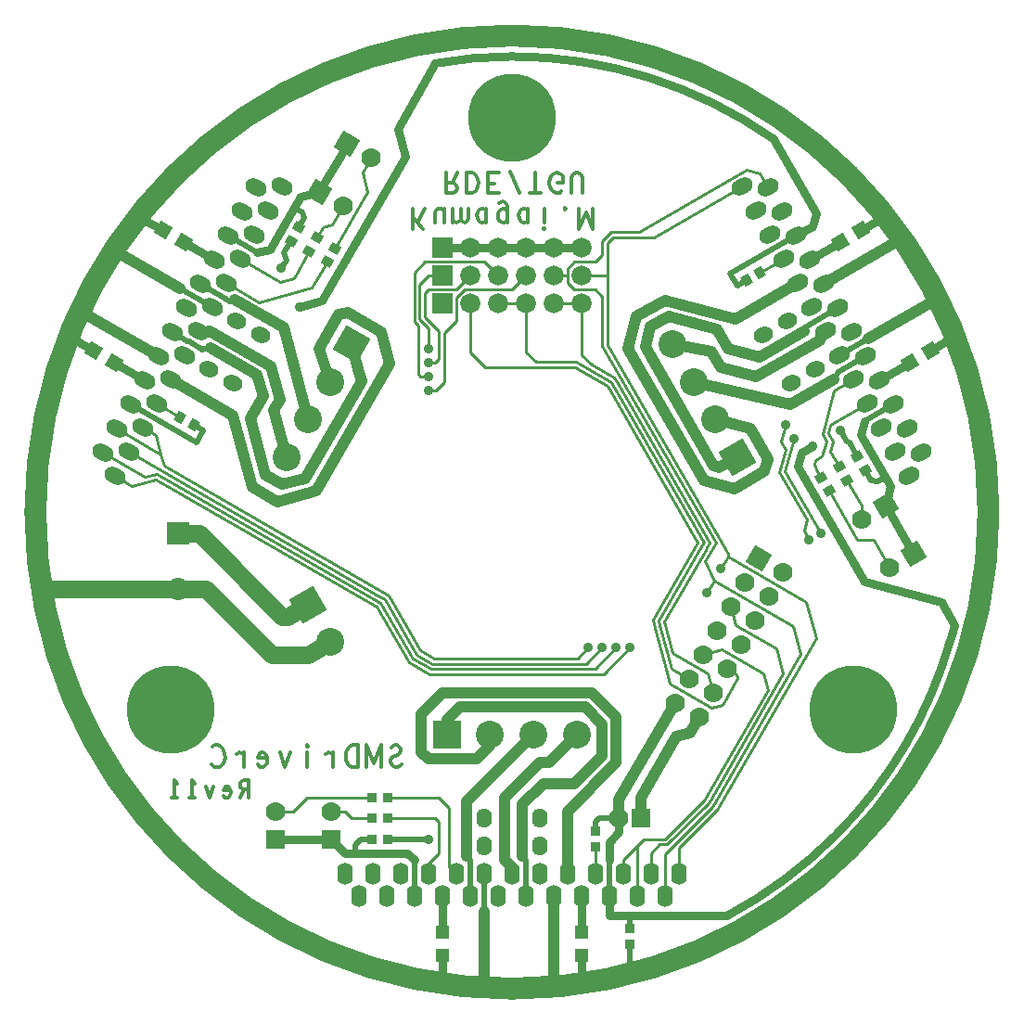
<source format=gbl>
G04 ================== begin FILE IDENTIFICATION RECORD ==================*
G04 Layout Name:  C:/home/kumagai/Develop/OrCAD/SMDriverC_R11/allegro/SMDRIVERC.brd*
G04 Film Name:    GB_SMDriverC.GBL*
G04 File Format:  Gerber RS274X*
G04 File Origin:  Cadence Allegro 16.6-S014*
G04 Origin Date:  Thu Feb 25 00:52:31 2016*
G04 *
G04 Layer:  ETCH/BOTTOM*
G04 Layer:  PIN/BOTTOM*
G04 Layer:  VIA CLASS/BOTTOM*
G04 *
G04 Offset:    (0.0000 0.0000)*
G04 Mirror:    No*
G04 Mode:      Positive*
G04 Rotation:  0*
G04 FullContactRelief:  No*
G04 UndefLineWidth:     0.0000*
G04 ================== end FILE IDENTIFICATION RECORD ====================*
%FSLAX25Y25*MOMM*%
%IR0*IPPOS*OFA0.00000B0.00000*MIA0B0*SFA1.00000B1.00000*%
%AMMACRO35*
21,1,1.4224,.6096,0.0,0.0,120.*
1,1,1.4224,.263965,.1524*
1,1,1.4224,-.263965,-.1524*%
%ADD35MACRO35*%
%AMMACRO10*
21,1,1.27,1.27,0.0,0.0,150.*%
%ADD10MACRO10*%
%AMMACRO33*
21,1,1.4224,.3556,0.0,0.0,120.*
1,1,1.4224,.153979,.0889*
1,1,1.4224,-.153979,-.0889*%
%ADD33MACRO33*%
%ADD22C,.9144*%
%AMMACRO36*
21,1,.8128,.9652,0.0,0.0,120.*%
%ADD36MACRO36*%
%AMMACRO16*
21,1,.8128,.9652,0.0,0.0,150.*%
%ADD16MACRO16*%
%AMMACRO37*
21,1,1.27,1.27,0.0,0.0,30.*%
%ADD37MACRO37*%
%AMMACRO14*
21,1,1.4224,.6096,0.0,0.0,60.*
1,1,1.4224,.263965,-.1524*
1,1,1.4224,-.263965,.1524*%
%ADD14MACRO14*%
%ADD25O,1.4224X2.032*%
%ADD27R,1.27X1.27*%
%ADD12C,2.032*%
%ADD11C,8.001*%
%AMMACRO20*
21,1,2.54,2.54,0.0,0.0,30.*%
%ADD20MACRO20*%
%ADD19C,2.54*%
%AMMACRO21*
21,1,2.54,2.54,0.0,0.0,60.*%
%ADD21MACRO21*%
%ADD13R,2.032X2.032*%
%AMMACRO15*
21,1,1.4224,.3556,0.0,0.0,60.*
1,1,1.4224,.153979,-.0889*
1,1,1.4224,-.153979,.0889*%
%ADD15MACRO15*%
%ADD29R,2.54X2.54*%
%ADD28O,1.4224X1.778*%
%AMMACRO38*
21,1,1.778,1.778,0.0,0.0,30.*%
%ADD38MACRO38*%
%ADD17C,1.778*%
%AMMACRO34*
21,1,.8128,.9652,0.0,0.0,30.*%
%ADD34MACRO34*%
%AMMACRO24*
21,1,1.778,1.778,0.0,0.0,60.*%
%ADD24MACRO24*%
%ADD31C,1.8288*%
%AMMACRO23*
21,1,.8128,.9652,0.0,0.0,60.*%
%ADD23MACRO23*%
%ADD18R,1.778X1.778*%
%ADD32R,.9652X.8128*%
%ADD26R,.8128X.9652*%
%ADD30R,1.8288X1.8288*%
%ADD39C,.305*%
%ADD40C,.8*%
%ADD41C,.254*%
%ADD42C,.508*%
%ADD43C,1.6*%
%ADD44C,1.016*%
G75*
%LPD*%
G75*
G36*
G01X0Y-4450000D02*
G02I0J4450000D01*
G37*
%LPC*%
G75*
G36*
G01X0Y-4250000D02*
G02I0J4250000D01*
G37*
%LPD*%
G75*
G54D10*
X-3819430Y1471910D03*
X-3634650Y1365230D03*
X-3184430Y2571770D03*
X-2999650Y2465090D03*
G54D20*
X-1858820Y-844420D03*
X2056940Y501270D03*
G54D11*
X-3117690Y-1800000D03*
X0Y3600000D03*
X3117690Y-1800000D03*
G54D30*
X-635000Y2159000D03*
Y1905000D03*
Y2413000D03*
G54D21*
X-1462580Y1530730D03*
G54D12*
X-3048000Y-698500D03*
G54D40*
G01X-3819430Y1471910D02*
X-3992630Y1571910D01*
G01X-3634650Y1365230D02*
X-3353100Y1202670D01*
G01X-3184430Y2571770D02*
X-3357630Y2671770D01*
G01X-2999650Y2465090D02*
X-2718100Y2302530D01*
G01X-2327290Y2370190D02*
X-2211830Y2401130D01*
X-1988170Y2779910D01*
G01X-1428750Y-3111500D02*
X-1524000D01*
X-1651000Y-2984500D01*
G01D02*
X-2159000D01*
G01X-1936750Y1873250D02*
X-1731950Y1928120D01*
X-974070Y3240750D01*
X-1043190Y3498740D01*
X-698500Y4095750D01*
G02X0Y4159250I698500J-3810000D01*
G02X2384500Y3408420I0J-4161785D01*
G01X2778200Y2726510D01*
X2747770Y2612950D01*
X2591100Y2522500D01*
G01X-2292670Y1616970D02*
X-2308070Y1625860D01*
G01X-1505160Y3362000D02*
X-1575960Y3239370D01*
X-1688360Y3044690D01*
X-1759160Y2922060D01*
G01D02*
X-1931510Y2875880D01*
X-1988170Y2779910D01*
G01X-889000Y-3175000D02*
X-952500Y-3111500D01*
X-1428750D01*
G01X-635000Y-4043680D02*
Y-4286250D01*
G01Y-3830320D02*
Y-3505200D01*
G01X-127000Y2413000D02*
X127000D01*
G01X-381000D02*
X-127000D01*
G01X-635000D02*
X-381000D01*
G01X635000Y-4043680D02*
Y-4254500D01*
G01Y-3830320D02*
Y-3505200D01*
G01X381000Y2413000D02*
X635000D01*
G01X127000D02*
X381000D01*
G01X2744550Y599460D02*
X2644240Y541540D01*
X2611170Y418120D01*
X3218880Y-634410D01*
X3921120Y-822570D01*
X4039790Y-1028100D01*
X4000500Y-1174750D01*
G02X2952750Y-2952750I-3963918J1138168D01*
G02X1968500Y-3683000I-2956719J2956719D01*
G01X1079500D01*
G01X977900Y-2794000D02*
Y-2921000D01*
X889000Y-3009900D01*
Y-3175000D01*
G01X1079500Y-3683000D02*
X889000D01*
Y-3505200D01*
G01X2718100Y2302530D02*
X2999650Y2465090D01*
G01X3410160Y62440D02*
X3480960Y-60190D01*
X3593360Y-254870D01*
X3664160Y-377500D01*
G01X3216610Y830570D02*
X3183580Y707280D01*
X3418260Y300750D01*
G01D02*
X3456340Y234790D01*
X3410160Y62440D01*
G01X3353100Y1202670D02*
X3634650Y1365230D01*
G01X3184430Y2571770D02*
X3357630Y2671770D01*
G01X3819430Y1471910D02*
X3992630Y1571910D01*
G54D31*
X-127000Y2159000D03*
X-381000D03*
X-127000Y1905000D03*
X-381000D03*
X-127000Y2413000D03*
X-381000D03*
X635000Y2159000D03*
X381000D03*
X127000D03*
X635000Y1905000D03*
X381000D03*
X127000D03*
X635000Y2413000D03*
X381000D03*
X127000D03*
G54D13*
X-3048000Y-190500D03*
G54D22*
X-1936750Y1873250D03*
X-2102980Y2226460D03*
X-762000Y-2984500D03*
Y1238250D03*
Y1111250D03*
Y1365250D03*
Y1492250D03*
X698500Y-1238250D03*
X1079500D03*
X952500D03*
X825500D03*
X1907240Y-514560D03*
X1780240Y-734530D03*
X2714380Y-255020D03*
X2818300Y-195020D03*
X2744550Y599460D03*
X2571700Y670600D03*
X2496700Y800500D03*
X2994890Y744000D03*
G54D41*
G01X698500Y-1238250D02*
X601530Y-1335220D01*
X-712490D01*
X-836290Y-1263710D01*
X-1127130Y-760050D01*
X-3174980Y422330D01*
X-3203800Y529890D01*
G01X-3367620Y771120D02*
X-3250280Y703380D01*
X-3203800Y529890D01*
G01D02*
X-3607100Y762730D01*
G01X1079500Y-1238250D02*
X837750Y-1480000D01*
X-751360D01*
X-942260Y-1369770D01*
X-1233120Y-866050D01*
X-3251590Y299240D01*
X-3466580Y241670D01*
X-3621620Y331180D01*
G01X-3734100Y542760D02*
X-3352200Y322270D01*
X-3244770Y351030D01*
X-1197790Y-830720D01*
X-906990Y-1334320D01*
X-906980Y-1334330D01*
X-906930Y-1334410D01*
X-738420Y-1431740D01*
X759010D01*
X952500Y-1238250D01*
G01X-3494620Y551150D02*
X-1227000Y-758120D01*
X-1226990Y-758130D01*
X-1162460Y-795390D01*
X-871600Y-1299080D01*
X-725480Y-1383480D01*
X680270D01*
X825500Y-1238250D01*
G01X-3240620Y991090D02*
X-3027240Y867900D01*
G01X-1687010Y2285020D02*
X-1824210Y2047420D01*
X-2306450Y1918210D01*
X-2605620Y2090940D01*
G01X-2478620Y2310910D02*
X-2119780Y2103730D01*
X-1991870Y2138010D01*
X-1851980Y2380270D01*
G01X-2159000Y-2730500D02*
X-2000240D01*
X-1873240Y-2603500D01*
X-1277620D01*
G01X-1651000Y-2730500D02*
X-1524010D01*
X-1460510Y-2794000D01*
X-1277620D01*
G01X-1539180Y2795060D02*
X-1639180Y2621860D01*
X-1725920Y2598600D01*
X-1780860Y2503450D01*
G01X-1615890Y2408200D02*
X-1318670Y2922980D01*
X-1365180Y3096440D01*
X-1285180Y3235000D01*
G01X-1135380Y-2603500D02*
X-666750D01*
X-571500Y-2698750D01*
Y-3238500D01*
X-508000Y-3302000D01*
G01X-762000D02*
Y-3206760D01*
X-666750Y-3111510D01*
Y-2825740D01*
X-698490Y-2794000D01*
X-1135380D01*
G01X-127000Y2159000D02*
X-254000Y2286000D01*
X-793750D01*
X-890270Y2189480D01*
Y1738020D01*
X-857250Y1705000D01*
Y1262380D01*
X-833120Y1238250D01*
X-762000D01*
G01Y1492250D02*
Y1678000D01*
X-842010Y1758010D01*
Y2078990D01*
X-762000Y2159000D01*
X-635000D01*
G01X127000D02*
X0Y2032000D01*
X-433620D01*
X-508000Y1957620D01*
Y1746260D01*
X-618490Y1635770D01*
Y1183640D01*
X-690880Y1111250D01*
X-762000D01*
G01Y1365250D02*
X-698500D01*
X-666750Y1397000D01*
Y1651000D01*
X-793750Y1778000D01*
Y2000250D01*
X-762000Y2032000D01*
X-508000D01*
X-381000Y2159000D01*
G01Y1905000D02*
Y1460500D01*
X-240500Y1320000D01*
X574140D01*
X869990Y1149160D01*
X1694760Y-279380D01*
X1288390Y-983250D01*
X1288380Y-983270D01*
X1307230Y-1053680D01*
X1307250Y-1053690D01*
X1416080Y-1459890D01*
X1444100Y-1564480D01*
X1824950Y-1784360D01*
X1919570Y-1759010D01*
X2061050Y-1513930D01*
X2051320Y-1477620D01*
X1962720Y-1426470D01*
G01X-127000Y1905000D02*
X127000D01*
G01X635000D02*
Y1435000D01*
X726520Y1343480D01*
X930110Y1225920D01*
X938430Y1223690D01*
X942550Y1216560D01*
X942560Y1216550D01*
X1806230Y-279360D01*
X1781560Y-322110D01*
X1768720Y-344340D01*
X1768710Y-344350D01*
X1391970Y-996900D01*
X1469810Y-1287400D01*
X1788880Y-1471620D01*
X1835720Y-1646440D01*
G01X127000Y1905000D02*
Y1460500D01*
X217500Y1370000D01*
X584070D01*
X905320Y1184490D01*
X905350Y1184470D01*
X914980Y1167790D01*
X914990Y1167760D01*
X1682810Y-162130D01*
X1750500Y-279370D01*
X1740880Y-296040D01*
X1730100Y-314710D01*
X1730090Y-314720D01*
X1340170Y-990090D01*
X1350510Y-1028700D01*
X1350530Y-1028720D01*
X1457530Y-1428090D01*
X1615740Y-1519440D01*
G01X635000Y2159000D02*
X873760D01*
G01X508000D02*
Y2095500D01*
X571500Y2032000D01*
X762000D01*
X825500Y1968500D01*
Y1515840D01*
X1861980Y-279370D01*
X1764830Y-447630D01*
X1842580Y-626500D01*
G01X2337100Y2962440D02*
X2262070Y3092390D01*
X2144250Y3123960D01*
X1161440Y2556510D01*
X905520D01*
X825500Y2476490D01*
Y2349490D01*
X762010Y2286000D01*
X571500D01*
X508000Y2222500D01*
Y2159000D01*
G01D02*
X381000D01*
G01Y1905000D02*
X635000D01*
G01X762000Y-3055620D02*
Y-3302000D01*
G01X1143000Y-3047990D02*
Y-3505200D01*
G01Y-3047990D02*
X1016000Y-3175000D01*
Y-3302000D01*
G01X1842580Y-626500D02*
X2570150Y-1041770D01*
X2636920Y-1290970D01*
X1830750Y-2687250D01*
X1397000Y-3121000D01*
Y-3505200D01*
G01X1996740Y-859530D02*
X2043420Y-1033790D01*
X2413120Y-1247240D01*
X2474400Y-1475930D01*
X1792130Y-2657620D01*
X1416990Y-3032760D01*
X1348740D01*
X1270000Y-3111500D01*
Y-3302000D01*
G01X1742740Y-1299470D02*
X1917400Y-1252670D01*
X2294960Y-1470670D01*
X2335120Y-1620620D01*
X1753510Y-2627990D01*
X1397000Y-2984500D01*
X1206490D01*
X1143000Y-3047990D01*
G01X1971350Y-403520D02*
X1977070Y-382170D01*
X873760Y1528780D01*
Y2159000D01*
G01D02*
Y2456500D01*
X925510Y2508250D01*
X1296450D01*
X2097620Y2970820D01*
G01X1971350Y-403520D02*
X2688060Y-817350D01*
X2776190Y-1146290D01*
X1869370Y-2716880D01*
X1524000Y-3062250D01*
Y-3302000D01*
G01X1907240Y-514560D02*
X1971350Y-403520D01*
G01X1780240Y-734530D02*
X1842580Y-626500D01*
G01X2714380Y-255020D02*
X2664400Y-168450D01*
X2690660Y-70480D01*
X2439670Y364270D01*
X2495070Y571100D01*
X2454210Y641870D01*
X2496700Y800500D01*
G01X2818300Y-195020D02*
X2491470Y371110D01*
X2571700Y670600D01*
G01X2893510Y195300D02*
X3152920Y-254000D01*
X3299560D01*
X3444180Y-504500D01*
G01X3113620Y1211060D02*
X2941480Y1111680D01*
X2833450Y708420D01*
X2869120Y646600D01*
X2833120Y512260D01*
X2771300Y476450D01*
X2758590Y429000D01*
X2789370Y375670D01*
X2822390Y318480D01*
G01X3240620Y991090D02*
X2907650Y798860D01*
X2887710Y724440D01*
X2932580Y646680D01*
X2907380Y552260D01*
X2987360Y413730D01*
G01X2265240Y2187720D02*
X2478620Y2310910D01*
G01X3190180Y-64560D02*
Y62450D01*
X3058480Y290550D01*
G54D32*
X1079500Y-3944620D03*
Y-3802380D03*
X762000Y-2913380D03*
Y-3055620D03*
G54D23*
X-1851980Y2380270D03*
X-1780860Y2503450D03*
X-1687010Y2285020D03*
X-1615890Y2408200D03*
X-2016960Y2475520D03*
X-1945840Y2598700D03*
G54D14*
X-3607100Y762730D03*
X-3734100Y542760D03*
X-3367620Y771120D03*
X-3494620Y551150D03*
X-3621620Y331180D03*
X-3226100Y1422640D03*
X-3353100Y1202670D03*
X-3480100Y982700D03*
X-3113620Y1211060D03*
X-3240620Y991090D03*
X-3099100Y1642610D03*
X-2986620Y1431030D03*
X-2718100Y2302530D03*
X-2845100Y2082560D03*
X-2972100Y1862590D03*
X-2478620Y2310910D03*
X-2605620Y2090940D03*
X-2732620Y1870970D03*
X-2859620Y1651000D03*
X-2337100Y2962440D03*
X-2464100Y2742470D03*
X-2591100Y2522500D03*
X-2351620Y2530880D03*
X-2097620Y2970820D03*
X-2224620Y2750850D03*
G54D42*
G01X-3480100Y982700D02*
X-2880980Y636780D01*
X-2817460Y746780D01*
X-2904060Y796780D01*
G01X-3031390Y2043470D02*
X-2732620Y1870970D01*
G01X-2752670Y1501460D02*
X-2806520Y1487040D01*
X-2808990Y1488230D01*
X-2809000D01*
X-2824520Y1484080D01*
X-2949280Y1556110D01*
X-2949300Y1556120D01*
X-2960270Y1561430D01*
X-2960720Y1562710D01*
X-3099100Y1642610D01*
G01X-2845100Y2082560D02*
X-2575910Y1927130D01*
X-2527610Y1940070D01*
G01X-2591100Y2522500D02*
X-2327290Y2370190D01*
G01X-2102980Y2226460D02*
X-2057130Y2293020D01*
X-2077790Y2370160D01*
X-2016960Y2475520D01*
G01X-1988170Y2779910D02*
X-1908780Y2733600D01*
X-1895840Y2685300D01*
X-1945840Y2598700D01*
G01X-889000Y-3505200D02*
Y-3175000D01*
G01X-1135380Y-2984500D02*
X-762000D01*
G01X-1277620D02*
X-1377950D01*
X-1428750Y-3035300D01*
Y-3111500D01*
G01X-254000Y-3651250D02*
Y-3302000D01*
G01X-381000Y-3505200D02*
Y-3174990D01*
X-412750Y-3143240D01*
G01X127000Y-3505200D02*
Y-3175000D01*
X95250Y-3143250D01*
G01X1079500Y-3944620D02*
Y-4191000D01*
G01X889000Y-3175000D02*
Y-3505200D01*
G01X1079500Y-3802380D02*
Y-3683000D01*
G01X977900Y-2794000D02*
X973720Y-2789820D01*
X797930D01*
X762000Y-2825750D01*
Y-2913380D01*
G01X2667000Y1651000D02*
X2677800Y1687670D01*
X2889250Y1809750D01*
X2972100Y1862590D01*
G01X3226100Y1422640D02*
X2983310Y1282460D01*
X2937290Y1215910D01*
G01X2591100Y2522500D02*
X1991960Y2176580D01*
X2055460Y2066600D01*
X2142060Y2116600D01*
G01X3256350Y1586760D02*
X2986620Y1431030D01*
G01X2994890Y744000D02*
X3053810Y641950D01*
X3079550Y635050D01*
X3152340Y508980D01*
G01X3480100Y982700D02*
X3216610Y830570D01*
G01X3223460Y385800D02*
X3277420Y292340D01*
X3336880Y276400D01*
X3408460Y317720D01*
X3418260Y300750D01*
G54D24*
X-1759160Y2922060D03*
X-1505160Y3362000D03*
X2250740Y-419590D03*
G54D15*
X-2766650Y1304030D03*
X-2546670Y1177030D03*
X-2512650Y1743970D03*
X-2292670Y1616970D03*
G54D33*
X2292670D03*
X2766650Y1304030D03*
X2546670Y1177030D03*
X2512650Y1743970D03*
G54D43*
G01X-3048000Y-698500D02*
X-4286250D01*
G01X-3048000D02*
X-2794010D01*
X-2190760Y-1301750D01*
X-1858450D01*
X-1660700Y-1187580D01*
G01X-1858820Y-844420D02*
X-2049090Y-954270D01*
X-2096360Y-953350D01*
X-2853700Y-190500D01*
X-3048000D01*
G54D34*
X2142060Y2116600D03*
X2265240Y2187720D03*
G54D25*
X-1397000Y-3505200D03*
X-1143000D03*
X-889000D03*
X-1524000Y-3302000D03*
X-1270000D03*
X-1016000D03*
X-635000Y-3505200D03*
X-381000D03*
X-127000D03*
X-762000Y-3302000D03*
X-508000D03*
X-254000D03*
X127000Y-3505200D03*
X381000D03*
X635000D03*
X0Y-3302000D03*
X254000D03*
X508000D03*
X889000Y-3505200D03*
X1143000D03*
X1397000D03*
X762000Y-3302000D03*
X1016000D03*
X1270000D03*
X1524000D03*
G54D16*
X-2904060Y796780D03*
X-3027240Y867900D03*
G54D44*
G01X-3226100Y1422640D02*
X-3918900Y1822640D01*
G01X-3113620Y1211060D02*
X-2547890Y884430D01*
X-2371590Y226490D01*
X-2144030Y95120D01*
X-1814500Y183420D01*
X-1813230Y185610D01*
X-1785380Y193080D01*
X-1114660Y1354760D01*
X-1192900Y1646740D01*
X-1500750Y1824490D01*
X-1581680Y1802810D01*
X-1760640Y1492840D01*
X-1660700Y1187580D01*
G01X-3568310Y2353470D02*
X-3031390Y2043470D01*
G01X-1462580Y1530730D02*
X-1402450Y1306330D01*
X-1373110Y1196840D01*
X-1886440Y307740D01*
X-2098620Y250890D01*
X-2248850Y337620D01*
X-2387480Y854960D01*
X-2271270Y1056260D01*
X-2324280Y1254120D01*
X-2752670Y1501460D01*
G01X-2056940Y501270D02*
X-2171860Y930220D01*
X-2118320Y1022940D01*
X-2201540Y1333560D01*
X-2754960Y1652960D01*
X-2824920Y1634210D01*
X-2859620Y1651000D01*
G01X-2527610Y1940070D02*
X-2083680Y1683760D01*
X-1858820Y844420D01*
G01X508000Y-3302000D02*
Y-2730500D01*
X952500Y-2286000D01*
Y-1873250D01*
X730250Y-1651000D01*
X-634990D01*
X-825500Y-1841510D01*
Y-2190760D01*
X-762010Y-2254250D01*
X-317500D01*
X-198120Y-2134870D01*
Y-2032000D01*
G01X-254000Y-4318000D02*
Y-3651250D01*
G01X-412750Y-3143240D02*
Y-2642870D01*
X198120Y-2032000D01*
G01X594360D02*
X340360Y-2286000D01*
X254000D01*
X-63500Y-2603500D01*
Y-3175000D01*
X0Y-3238500D01*
Y-3302000D01*
G01X95250Y-3143250D02*
Y-2666990D01*
X285740Y-2476500D01*
X571500D01*
X825500Y-2222500D01*
Y-1936750D01*
X666750Y-1778000D01*
X-476250D01*
X-594360Y-1896110D01*
Y-2032000D01*
G01X381000Y-3505200D02*
Y-4318000D01*
G01X1488740Y-1739410D02*
X977900Y-2624210D01*
Y-2794000D01*
G01X1708720Y-1866410D02*
X1623610Y-2013830D01*
X1502460Y-2046280D01*
X1181100Y-2608170D01*
Y-2794000D01*
G01X1858820Y844420D02*
X2175130Y763540D01*
X2336740Y483620D01*
X2306550Y370950D01*
X2030890Y211770D01*
X1755950Y285430D01*
X1059890Y1491040D01*
X1138330Y1783800D01*
X1399270Y1934470D01*
X2038130Y1763290D01*
X2605620Y2090940D01*
G01X2056940Y501270D02*
X1891960Y406020D01*
X1841250Y427510D01*
X1217100Y1508550D01*
X1266660Y1693540D01*
X1430720Y1788260D01*
X1870550Y1670410D01*
X1972760Y1493370D01*
X2260460Y1416300D01*
X2667000Y1651000D01*
G01X2859620D02*
X2833220Y1635760D01*
X2815870Y1571010D01*
X2231540Y1233650D01*
X1903390Y1321570D01*
X1819370Y1467100D01*
X1462580Y1530730D01*
G01X2937290Y1215910D02*
X2540130Y986610D01*
X1660700Y1187580D01*
G01X2845100Y2082560D02*
X3551530Y2490420D01*
G01X3826640Y1916030D02*
X3256350Y1586760D01*
G54D26*
X-1135380Y-2794000D03*
X-1277620D03*
X-1135380Y-2603500D03*
X-1277620D03*
X-1135380Y-2984500D03*
X-1277620D03*
G54D17*
X-1651000Y-2730500D03*
X-2159000D03*
X-1539180Y2795060D03*
X-1285180Y3235000D03*
X977900Y-2794000D03*
X1488740Y-1739410D03*
X1708720Y-1866410D03*
X1835720Y-1646440D03*
X1615740Y-1519440D03*
X1962720Y-1426470D03*
X2089720Y-1206500D03*
X2216720Y-986530D03*
X1742740Y-1299470D03*
X1869740Y-1079500D03*
X1996740Y-859530D03*
X2123740Y-639560D03*
X2343720Y-766560D03*
X2470720Y-546590D03*
X3190180Y-64560D03*
X3444180Y-504500D03*
G54D35*
X2224620Y2750850D03*
X2097620Y2970820D03*
X2986620Y1431030D03*
X2972100Y1862590D03*
X2845100Y2082560D03*
X2718100Y2302530D03*
X2859620Y1651000D03*
X2732620Y1870970D03*
X2605620Y2090940D03*
X2478620Y2310910D03*
X2591100Y2522500D03*
X2464100Y2742470D03*
X2337100Y2962440D03*
X2351620Y2530880D03*
X3734100Y542760D03*
X3607100Y762730D03*
X3621620Y331180D03*
X3494620Y551150D03*
X3367620Y771120D03*
X3480100Y982700D03*
X3353100Y1202670D03*
X3226100Y1422640D03*
X3240620Y991090D03*
X3113620Y1211060D03*
X3099100Y1642610D03*
G54D18*
X-1651000Y-2984500D03*
X-2159000D03*
X1181100Y-2794000D03*
G54D27*
X-635000Y-4043680D03*
Y-3830320D03*
X635000Y-4043680D03*
Y-3830320D03*
G54D36*
X2987360Y413730D03*
X2822390Y318480D03*
X2893510Y195300D03*
X3058480Y290550D03*
X3152340Y508980D03*
X3223460Y385800D03*
G54D28*
X-254000Y-3048000D03*
Y-2794000D03*
X254000Y-3048000D03*
Y-2794000D03*
G54D19*
X-1660700Y-1187580D03*
X-2056940Y501270D03*
X-1858820Y844420D03*
X-1660700Y1187580D03*
X-198120Y-2032000D03*
X594360D03*
X198120D03*
X1462580Y1530730D03*
X1858820Y844420D03*
X1660700Y1187580D03*
G54D37*
X2999650Y2465090D03*
X3634650Y1365230D03*
X3184430Y2571770D03*
X3819430Y1471910D03*
G54D38*
X3664160Y-377500D03*
X3410160Y62440D03*
G54D29*
X-594360Y-2032000D03*
G54D39*
G01X-2399900Y-2610000D02*
Y-2449980D01*
X-2449640D01*
X-2465560Y-2457980D01*
X-2475510Y-2468650D01*
X-2479480Y-2489990D01*
X-2475510Y-2511320D01*
X-2463570Y-2524650D01*
X-2449640Y-2532660D01*
X-2399900D01*
G01X-2449640D02*
X-2479480Y-2610000D01*
G01X-2569870Y-2537990D02*
X-2633540D01*
X-2627560Y-2519320D01*
X-2617620Y-2508660D01*
X-2603690Y-2503320D01*
X-2589760Y-2505990D01*
X-2577820Y-2513990D01*
X-2569870Y-2532660D01*
X-2565880Y-2548660D01*
Y-2564660D01*
X-2569870Y-2580660D01*
X-2579810Y-2596670D01*
X-2591750Y-2607330D01*
X-2605680Y-2610000D01*
X-2619610Y-2604670D01*
X-2633540Y-2588670D01*
G01X-2723910Y-2503320D02*
X-2759730Y-2610000D01*
X-2795550Y-2503320D01*
G01X-2919750Y-2610000D02*
Y-2449980D01*
X-2895870Y-2481980D01*
G01Y-2610000D02*
X-2943620D01*
G01X-3079770D02*
Y-2449980D01*
X-3055890Y-2481980D01*
G01Y-2610000D02*
X-3103640D01*
G01X-1002860Y-2302910D02*
X-1023180Y-2319840D01*
X-1046040Y-2330000D01*
X-1066360D01*
X-1086680Y-2319840D01*
X-1101920Y-2302910D01*
X-1109540Y-2279200D01*
X-1104460Y-2255500D01*
X-1091760Y-2235170D01*
X-1068900Y-2221630D01*
X-1038420Y-2214850D01*
X-1020640Y-2201310D01*
X-1013020Y-2177600D01*
X-1018100Y-2153890D01*
X-1030800Y-2136960D01*
X-1048580Y-2126800D01*
X-1066360D01*
X-1084140Y-2133570D01*
X-1099380Y-2150510D01*
G01X-1193360Y-2330000D02*
Y-2126800D01*
X-1259400Y-2296130D01*
X-1325440Y-2126800D01*
Y-2330000D01*
G01X-1406720D02*
Y-2126800D01*
X-1457520D01*
X-1477840Y-2136960D01*
X-1493080Y-2150510D01*
X-1505780Y-2170820D01*
X-1515940Y-2194540D01*
X-1518480Y-2228400D01*
X-1515940Y-2262270D01*
X-1505780Y-2285980D01*
X-1493080Y-2306300D01*
X-1477840Y-2319840D01*
X-1457520Y-2330000D01*
X-1406720D01*
G01X-1630240D02*
Y-2194540D01*
G01Y-2221630D02*
X-1642940Y-2208080D01*
X-1655640Y-2197920D01*
X-1673420Y-2194540D01*
X-1686120Y-2197920D01*
X-1701360Y-2208080D01*
G01X-1869000Y-2194540D02*
Y-2330000D01*
G01Y-2140350D02*
X-1863920Y-2136960D01*
Y-2130190D01*
X-1869000Y-2126800D01*
X-1874080Y-2130190D01*
Y-2136960D01*
X-1869000Y-2140350D01*
G01X-2026480Y-2194540D02*
X-2072200Y-2330000D01*
X-2117920Y-2194540D01*
G01X-2237300Y-2238560D02*
X-2318580D01*
X-2310960Y-2214850D01*
X-2298260Y-2201310D01*
X-2280480Y-2194540D01*
X-2262700Y-2197920D01*
X-2247460Y-2208080D01*
X-2237300Y-2231790D01*
X-2232220Y-2252110D01*
Y-2272430D01*
X-2237300Y-2292750D01*
X-2250000Y-2313070D01*
X-2265240Y-2326610D01*
X-2283020Y-2330000D01*
X-2300800Y-2323230D01*
X-2318580Y-2302910D01*
G01X-2443040Y-2330000D02*
Y-2194540D01*
G01Y-2221630D02*
X-2455740Y-2208080D01*
X-2468440Y-2197920D01*
X-2486220Y-2194540D01*
X-2498920Y-2197920D01*
X-2514160Y-2208080D01*
G01X-2737680Y-2143740D02*
X-2722440Y-2133570D01*
X-2704660Y-2126800D01*
X-2684340D01*
X-2661480Y-2136960D01*
X-2643700Y-2153890D01*
X-2631000Y-2174220D01*
X-2620840Y-2208080D01*
X-2618300Y-2238560D01*
X-2623380Y-2269040D01*
X-2631000Y-2289360D01*
X-2646240Y-2309680D01*
X-2664020Y-2323230D01*
X-2681800Y-2330000D01*
X-2699580D01*
X-2717360Y-2323230D01*
X-2732600Y-2313070D01*
X-2745300Y-2299530D01*
G01X-901030Y2770000D02*
Y2579500D01*
G01X-810950D02*
X-901030Y2696980D01*
G01X-796730Y2770000D02*
X-860730Y2643000D01*
G01X-698680D02*
Y2731900D01*
X-689200Y2754130D01*
X-674970Y2766830D01*
X-658380Y2770000D01*
X-641790Y2766830D01*
X-627560Y2754130D01*
X-618080Y2731900D01*
G01Y2770000D02*
Y2643000D01*
G01X-539000Y2770000D02*
Y2643000D01*
G01Y2677930D02*
X-531890Y2662050D01*
X-520030Y2649350D01*
X-503440Y2643000D01*
X-486850Y2649350D01*
X-474990Y2662050D01*
X-467880Y2677930D01*
Y2770000D01*
G01Y2677930D02*
X-460770Y2662050D01*
X-448920Y2649350D01*
X-432320Y2643000D01*
X-415730Y2649350D01*
X-403870Y2662050D01*
X-396760Y2681100D01*
Y2770000D01*
G01X-234710D02*
Y2643000D01*
G01Y2665220D02*
X-244190Y2652530D01*
X-258420Y2646180D01*
X-275010Y2643000D01*
X-291600Y2649350D01*
X-305830Y2662050D01*
X-315310Y2681100D01*
X-320050Y2706500D01*
X-315310Y2731900D01*
X-305830Y2750950D01*
X-291600Y2763650D01*
X-275010Y2770000D01*
X-258420Y2766830D01*
X-244190Y2757300D01*
X-234710Y2744610D01*
G01X-120070Y2817630D02*
X-103470Y2830320D01*
X-84510Y2833500D01*
X-67920Y2830320D01*
X-53690Y2814450D01*
X-44210Y2792230D01*
Y2643000D01*
G01Y2668400D02*
X-53690Y2655700D01*
X-67920Y2646180D01*
X-84510Y2643000D01*
X-103470Y2649350D01*
X-115330Y2662050D01*
X-124810Y2684280D01*
X-129550Y2706500D01*
X-127180Y2725550D01*
X-117700Y2747780D01*
X-103470Y2763650D01*
X-84510Y2770000D01*
X-70290Y2766830D01*
X-53690Y2754130D01*
X-44210Y2741430D01*
G01X146290Y2770000D02*
Y2643000D01*
G01Y2665220D02*
X136810Y2652530D01*
X122580Y2646180D01*
X105990Y2643000D01*
X89400Y2649350D01*
X75170Y2662050D01*
X65690Y2681100D01*
X60950Y2706500D01*
X65690Y2731900D01*
X75170Y2750950D01*
X89400Y2763650D01*
X105990Y2770000D01*
X122580Y2766830D01*
X136810Y2757300D01*
X146290Y2744610D01*
G01X294120Y2643000D02*
Y2770000D01*
G01Y2592200D02*
X289380Y2589030D01*
Y2582670D01*
X294120Y2579500D01*
X298860Y2582670D01*
Y2589030D01*
X294120Y2592200D01*
G01X484620Y2776350D02*
X479880Y2773170D01*
Y2766830D01*
X484620Y2763650D01*
X489360Y2766830D01*
Y2773170D01*
X484620Y2776350D01*
G01X613480Y2770000D02*
Y2579500D01*
X675120Y2738250D01*
X736760Y2579500D01*
Y2770000D01*
G01X-596290Y3100000D02*
Y2909500D01*
X-537030D01*
X-518060Y2919030D01*
X-506210Y2931730D01*
X-501470Y2957130D01*
X-506210Y2982530D01*
X-520430Y2998400D01*
X-537030Y3007930D01*
X-596290D01*
G01X-537030D02*
X-501470Y3100000D01*
G01X-410530D02*
Y2909500D01*
X-363120D01*
X-344160Y2919030D01*
X-329930Y2931730D01*
X-318080Y2950770D01*
X-308600Y2973000D01*
X-306230Y3004750D01*
X-308600Y3036500D01*
X-318080Y3058730D01*
X-329930Y3077780D01*
X-344160Y3090480D01*
X-363120Y3100000D01*
X-410530D01*
G01X-120470D02*
X-215290D01*
Y2909500D01*
X-120470D01*
G01X-158400Y3001570D02*
X-215290D01*
G01X-20050Y3106350D02*
X65290Y2909500D01*
G01X213120D02*
Y3100000D01*
G01X158600Y2909500D02*
X267640D01*
G01X417840Y3004750D02*
X465260D01*
Y3061900D01*
X451030Y3080950D01*
X434440Y3093650D01*
X410730Y3100000D01*
X387030Y3093650D01*
X370430Y3080950D01*
X356210Y3061900D01*
X346720Y3039680D01*
X341980Y3014280D01*
Y2992050D01*
X346720Y2973000D01*
X356210Y2950770D01*
X370430Y2931730D01*
X384650Y2919030D01*
X403620Y2909500D01*
X420210D01*
X439180Y2915850D01*
X453400Y2928550D01*
G01X541970Y2909500D02*
Y3046020D01*
X551450Y3074610D01*
X570410Y3093650D01*
X594120Y3100000D01*
X617830Y3093650D01*
X636790Y3074610D01*
X646270Y3046020D01*
Y2909500D01*
M02*

</source>
